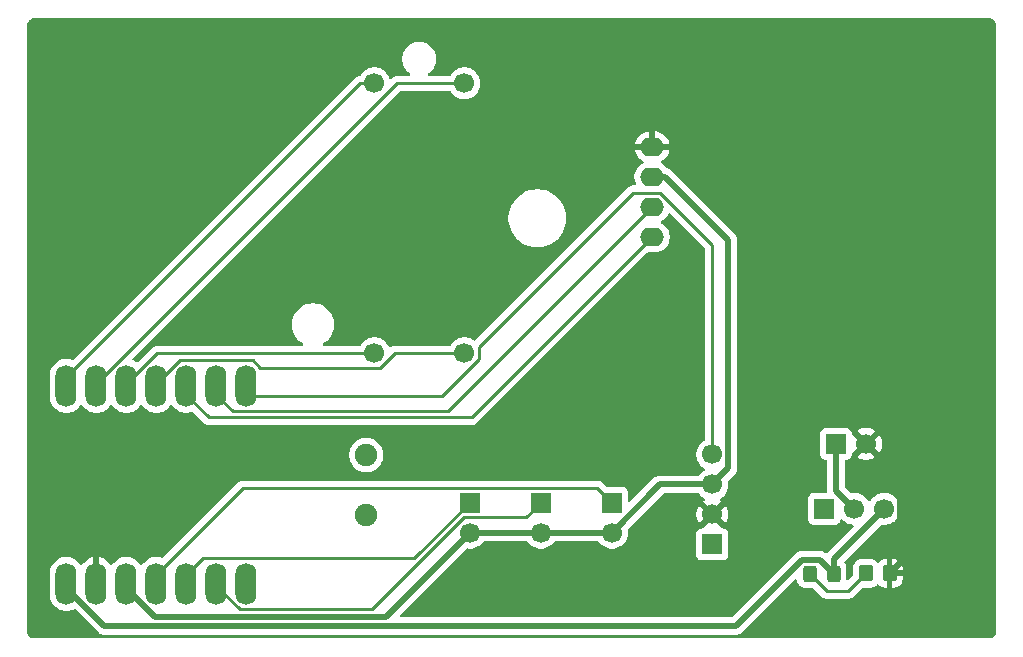
<source format=gbr>
%TF.GenerationSoftware,KiCad,Pcbnew,9.0.7*%
%TF.CreationDate,2026-02-02T22:52:16-08:00*%
%TF.ProjectId,TECHIN514 System Architecture Graph Lewis Liu,54454348-494e-4353-9134-205379737465,rev?*%
%TF.SameCoordinates,Original*%
%TF.FileFunction,Copper,L1,Top*%
%TF.FilePolarity,Positive*%
%FSLAX46Y46*%
G04 Gerber Fmt 4.6, Leading zero omitted, Abs format (unit mm)*
G04 Created by KiCad (PCBNEW 9.0.7) date 2026-02-02 22:52:16*
%MOMM*%
%LPD*%
G01*
G04 APERTURE LIST*
G04 Aperture macros list*
%AMRoundRect*
0 Rectangle with rounded corners*
0 $1 Rounding radius*
0 $2 $3 $4 $5 $6 $7 $8 $9 X,Y pos of 4 corners*
0 Add a 4 corners polygon primitive as box body*
4,1,4,$2,$3,$4,$5,$6,$7,$8,$9,$2,$3,0*
0 Add four circle primitives for the rounded corners*
1,1,$1+$1,$2,$3*
1,1,$1+$1,$4,$5*
1,1,$1+$1,$6,$7*
1,1,$1+$1,$8,$9*
0 Add four rect primitives between the rounded corners*
20,1,$1+$1,$2,$3,$4,$5,0*
20,1,$1+$1,$4,$5,$6,$7,0*
20,1,$1+$1,$6,$7,$8,$9,0*
20,1,$1+$1,$8,$9,$2,$3,0*%
G04 Aperture macros list end*
%TA.AperFunction,SMDPad,CuDef*%
%ADD10RoundRect,0.250000X-0.325000X-0.450000X0.325000X-0.450000X0.325000X0.450000X-0.325000X0.450000X0*%
%TD*%
%TA.AperFunction,SMDPad,CuDef*%
%ADD11RoundRect,0.250000X-0.350000X-0.450000X0.350000X-0.450000X0.350000X0.450000X-0.350000X0.450000X0*%
%TD*%
%TA.AperFunction,ComponentPad*%
%ADD12O,2.000000X1.600000*%
%TD*%
%TA.AperFunction,ComponentPad*%
%ADD13C,1.700000*%
%TD*%
%TA.AperFunction,ComponentPad*%
%ADD14R,1.700000X1.700000*%
%TD*%
%TA.AperFunction,ComponentPad*%
%ADD15O,1.778000X3.556000*%
%TD*%
%TA.AperFunction,ComponentPad*%
%ADD16C,1.905000*%
%TD*%
%TA.AperFunction,Conductor*%
%ADD17C,0.254000*%
%TD*%
%TA.AperFunction,Conductor*%
%ADD18C,0.500000*%
%TD*%
G04 APERTURE END LIST*
D10*
%TO.P,D2,1,K*%
%TO.N,Net-(D2-K)*%
X146730000Y-99045000D03*
%TO.P,D2,2,A*%
%TO.N,/VCC*%
X148780000Y-99045000D03*
%TD*%
D11*
%TO.P,R2,1*%
%TO.N,Net-(D2-K)*%
X151500000Y-99000000D03*
%TO.P,R2,2*%
%TO.N,GND*%
X153500000Y-99000000D03*
%TD*%
D12*
%TO.P,Brd1,1,GND*%
%TO.N,GND*%
X133400000Y-62880000D03*
%TO.P,Brd1,2,VCC*%
%TO.N,+3.3V*%
X133400000Y-65420000D03*
%TO.P,Brd1,3,SCL*%
%TO.N,Net-(Brd1-SCL)*%
X133400000Y-67960000D03*
%TO.P,Brd1,4,SDA*%
%TO.N,Net-(Brd1-SDA)*%
X133400000Y-70500000D03*
%TD*%
D13*
%TO.P,M1,1*%
%TO.N,Net-(U4-GPIO2_A1_D1)*%
X117500000Y-57500000D03*
%TO.P,M1,2,-*%
%TO.N,Net-(M1--)*%
X109880000Y-57500000D03*
%TO.P,M1,3*%
%TO.N,Net-(U4-GPIO3_A2_D2)*%
X109880000Y-80360000D03*
%TO.P,M1,4*%
%TO.N,Net-(U4-GPIO4_A3_D3)*%
X117500000Y-80360000D03*
%TD*%
D14*
%TO.P,BT1,1,+*%
%TO.N,/BAT*%
X148975000Y-88025000D03*
D13*
%TO.P,BT1,2,-*%
%TO.N,GND*%
X151515000Y-88025000D03*
%TD*%
D14*
%TO.P,SW2,1,1*%
%TO.N,Net-(U4-GPIO7_A8_D8_SCK)*%
X123975000Y-93000000D03*
D13*
%TO.P,SW2,2,2*%
%TO.N,+3.3V*%
X123975000Y-95540000D03*
%TD*%
D14*
%TO.P,SW1,1,1*%
%TO.N,Net-(U4-GPIO9_A10_D10_COPI)*%
X130000000Y-93000000D03*
D13*
%TO.P,SW1,2,2*%
%TO.N,+3.3V*%
X130000000Y-95540000D03*
%TD*%
D14*
%TO.P,SW3,1,1*%
%TO.N,Net-(U4-GPIO8_A9_D9_CIPO)*%
X117975000Y-93000000D03*
D13*
%TO.P,SW3,2,2*%
%TO.N,+3.3V*%
X117975000Y-95540000D03*
%TD*%
D15*
%TO.P,U4,1,GPIO1_A0_D0*%
%TO.N,Net-(M1--)*%
X83800000Y-83118000D03*
%TO.P,U4,2,GPIO2_A1_D1*%
%TO.N,Net-(U4-GPIO2_A1_D1)*%
X86340000Y-83118000D03*
%TO.P,U4,3,GPIO3_A2_D2*%
%TO.N,Net-(U4-GPIO3_A2_D2)*%
X88880000Y-83118000D03*
%TO.P,U4,4,GPIO4_A3_D3*%
%TO.N,Net-(U4-GPIO4_A3_D3)*%
X91420000Y-83118000D03*
%TO.P,U4,5,GPIO4_A3_D3_SDA*%
%TO.N,Net-(Brd1-SDA)*%
X93960000Y-83118000D03*
%TO.P,U4,6,GPIO6_A5_D5_SCL*%
%TO.N,Net-(Brd1-SCL)*%
X96500000Y-83118000D03*
%TO.P,U4,7,GPIO43_TX_D6*%
%TO.N,Net-(D1-DIN)*%
X99040000Y-83118000D03*
%TO.P,U4,8,GPIO44_D7_RX*%
%TO.N,unconnected-(U4-GPIO44_D7_RX-Pad8)*%
X99040000Y-99882000D03*
%TO.P,U4,9,GPIO7_A8_D8_SCK*%
%TO.N,Net-(U4-GPIO7_A8_D8_SCK)*%
X96500000Y-99882000D03*
%TO.P,U4,10,GPIO8_A9_D9_CIPO*%
%TO.N,Net-(U4-GPIO8_A9_D9_CIPO)*%
X93960000Y-99882000D03*
%TO.P,U4,11,GPIO9_A10_D10_COPI*%
%TO.N,Net-(U4-GPIO9_A10_D10_COPI)*%
X91420000Y-99882000D03*
%TO.P,U4,12,3V3*%
%TO.N,+3.3V*%
X88880000Y-99882000D03*
%TO.P,U4,13,GND*%
%TO.N,GND*%
X86340000Y-99882000D03*
%TO.P,U4,14,5V*%
%TO.N,/VCC*%
X83800000Y-99882000D03*
D16*
%TO.P,U4,15,+BATT*%
%TO.N,unconnected-(U4-+BATT-Pad15)*%
X109200000Y-88960000D03*
%TO.P,U4,16,-BATT*%
%TO.N,unconnected-(U4--BATT-Pad16)*%
X109200000Y-94040000D03*
%TD*%
D14*
%TO.P,SW4,1,A*%
%TO.N,unconnected-(SW4-A-Pad1)*%
X147975000Y-93525000D03*
D13*
%TO.P,SW4,2,B*%
%TO.N,/BAT*%
X150515000Y-93525000D03*
%TO.P,SW4,3,C*%
%TO.N,/VCC*%
X153055000Y-93525000D03*
%TD*%
D14*
%TO.P,D1,1,DOUT*%
%TO.N,unconnected-(D1-DOUT-Pad1)*%
X138500000Y-96540000D03*
D13*
%TO.P,D1,2,GND*%
%TO.N,GND*%
X138500000Y-94000000D03*
%TO.P,D1,3,VDD*%
%TO.N,+3.3V*%
X138500000Y-91460000D03*
%TO.P,D1,4,DIN*%
%TO.N,Net-(D1-DIN)*%
X138500000Y-88920000D03*
%TD*%
D17*
%TO.N,Net-(Brd1-SCL)*%
X116082000Y-85278000D02*
X97898000Y-85278000D01*
X97898000Y-85278000D02*
X96500000Y-83880000D01*
X133400000Y-67960000D02*
X116082000Y-85278000D01*
%TO.N,Net-(Brd1-SDA)*%
X95867000Y-85787000D02*
X93960000Y-83880000D01*
X133400000Y-70500000D02*
X118113000Y-85787000D01*
X118113000Y-85787000D02*
X95867000Y-85787000D01*
D18*
%TO.N,GND*%
X154410000Y-98090000D02*
X153500000Y-99000000D01*
X151515000Y-88025000D02*
X154410000Y-90920000D01*
X154410000Y-90920000D02*
X154410000Y-98090000D01*
%TO.N,+3.3V*%
X117975000Y-95540000D02*
X110841000Y-102674000D01*
X134500000Y-65420000D02*
X133400000Y-65420000D01*
X117975000Y-95540000D02*
X123975000Y-95540000D01*
X134080000Y-91460000D02*
X138500000Y-91460000D01*
X138500000Y-91460000D02*
X139855000Y-90105000D01*
X130000000Y-95540000D02*
X134080000Y-91460000D01*
X123975000Y-95540000D02*
X130000000Y-95540000D01*
X139855000Y-70775000D02*
X134500000Y-65420000D01*
X139855000Y-90105000D02*
X139855000Y-70775000D01*
X110841000Y-102674000D02*
X91351586Y-102674000D01*
X88880000Y-100202414D02*
X88880000Y-99120000D01*
X91351586Y-102674000D02*
X88880000Y-100202414D01*
D17*
%TO.N,Net-(D1-DIN)*%
X99168000Y-84008000D02*
X99040000Y-83880000D01*
X134089600Y-66778000D02*
X131803688Y-66778000D01*
X115594312Y-84008000D02*
X99168000Y-84008000D01*
X118732000Y-80870312D02*
X115594312Y-84008000D01*
X138500000Y-71188400D02*
X134089600Y-66778000D01*
X138500000Y-88920000D02*
X138500000Y-71188400D01*
X118732000Y-79849688D02*
X118732000Y-80870312D01*
X131803688Y-66778000D02*
X118732000Y-79849688D01*
%TO.N,Net-(D2-K)*%
X150000000Y-100500000D02*
X148185000Y-100500000D01*
X148185000Y-100500000D02*
X146730000Y-99045000D01*
X151500000Y-99000000D02*
X150000000Y-100500000D01*
%TO.N,Net-(M1--)*%
X109880000Y-57500000D02*
X108677919Y-57500000D01*
X83800000Y-82377919D02*
X83800000Y-83880000D01*
X108677919Y-57500000D02*
X83800000Y-82377919D01*
%TO.N,Net-(U4-GPIO3_A2_D2)*%
X91491535Y-80360000D02*
X88880000Y-82971535D01*
X88880000Y-82971535D02*
X88880000Y-83880000D01*
X109880000Y-80360000D02*
X91491535Y-80360000D01*
%TO.N,Net-(U4-GPIO4_A3_D3)*%
X117500000Y-80360000D02*
X111622312Y-80360000D01*
X110390312Y-81592000D02*
X100200465Y-81592000D01*
X91420000Y-82971535D02*
X91420000Y-83880000D01*
X100200465Y-81592000D02*
X99566465Y-80958000D01*
X99566465Y-80958000D02*
X93433535Y-80958000D01*
X93433535Y-80958000D02*
X91420000Y-82971535D01*
X111622312Y-80360000D02*
X110390312Y-81592000D01*
%TO.N,Net-(U4-GPIO2_A1_D1)*%
X117500000Y-57500000D02*
X111811535Y-57500000D01*
X86340000Y-82971535D02*
X86340000Y-83880000D01*
X111811535Y-57500000D02*
X86340000Y-82971535D01*
%TO.N,Net-(U4-GPIO9_A10_D10_COPI)*%
X98772000Y-91768000D02*
X91420000Y-99120000D01*
X130000000Y-93000000D02*
X128768000Y-91768000D01*
X128768000Y-91768000D02*
X98772000Y-91768000D01*
%TO.N,Net-(U4-GPIO7_A8_D8_SCK)*%
X122743000Y-94232000D02*
X117462834Y-94232000D01*
X109652834Y-102042000D02*
X98513535Y-102042000D01*
X117462834Y-94232000D02*
X109652834Y-102042000D01*
X96500000Y-100028465D02*
X96500000Y-99120000D01*
X123975000Y-93000000D02*
X122743000Y-94232000D01*
X98513535Y-102042000D02*
X96500000Y-100028465D01*
%TO.N,Net-(U4-GPIO8_A9_D9_CIPO)*%
X113253000Y-97722000D02*
X95358000Y-97722000D01*
X117975000Y-93000000D02*
X113253000Y-97722000D01*
X95358000Y-97722000D02*
X93960000Y-99120000D01*
D18*
%TO.N,/BAT*%
X150515000Y-93525000D02*
X148975000Y-91985000D01*
X148975000Y-91985000D02*
X148975000Y-88025000D01*
%TO.N,/VCC*%
X83800000Y-99120000D02*
X83800000Y-100202414D01*
X146085342Y-97840000D02*
X147575000Y-97840000D01*
X148780000Y-97800000D02*
X153055000Y-93525000D01*
X83800000Y-100202414D02*
X87026586Y-103429000D01*
X147575000Y-97840000D02*
X148780000Y-99045000D01*
X148780000Y-99045000D02*
X148780000Y-97800000D01*
X87026586Y-103429000D02*
X140496342Y-103429000D01*
X140496342Y-103429000D02*
X146085342Y-97840000D01*
%TD*%
%TA.AperFunction,Conductor*%
%TO.N,GND*%
G36*
X86590000Y-99758000D02*
G01*
X86570315Y-99825039D01*
X86517511Y-99870794D01*
X86466000Y-99882000D01*
X86214000Y-99882000D01*
X86146961Y-99862315D01*
X86101206Y-99809511D01*
X86090000Y-99758000D01*
X86090000Y-99562251D01*
X86143919Y-99593381D01*
X86273120Y-99628000D01*
X86406880Y-99628000D01*
X86536081Y-99593381D01*
X86590000Y-99562251D01*
X86590000Y-99758000D01*
G37*
%TD.AperFunction*%
%TA.AperFunction,Conductor*%
G36*
X162006922Y-52001280D02*
G01*
X162097266Y-52011459D01*
X162124331Y-52017636D01*
X162203540Y-52045352D01*
X162228553Y-52057398D01*
X162299606Y-52102043D01*
X162321313Y-52119355D01*
X162380644Y-52178686D01*
X162397957Y-52200395D01*
X162442600Y-52271444D01*
X162454648Y-52296462D01*
X162482362Y-52375666D01*
X162488540Y-52402735D01*
X162498720Y-52493076D01*
X162499500Y-52506961D01*
X162499500Y-103993038D01*
X162498720Y-104006922D01*
X162498720Y-104006923D01*
X162488540Y-104097264D01*
X162482362Y-104124333D01*
X162454648Y-104203537D01*
X162442600Y-104228555D01*
X162397957Y-104299604D01*
X162380644Y-104321313D01*
X162321313Y-104380644D01*
X162299604Y-104397957D01*
X162228555Y-104442600D01*
X162203537Y-104454648D01*
X162124333Y-104482362D01*
X162097264Y-104488540D01*
X162017075Y-104497576D01*
X162006921Y-104498720D01*
X161993038Y-104499500D01*
X81006962Y-104499500D01*
X80993078Y-104498720D01*
X80980553Y-104497308D01*
X80902735Y-104488540D01*
X80875666Y-104482362D01*
X80796462Y-104454648D01*
X80771444Y-104442600D01*
X80700395Y-104397957D01*
X80678686Y-104380644D01*
X80619355Y-104321313D01*
X80602042Y-104299604D01*
X80557399Y-104228555D01*
X80545351Y-104203537D01*
X80536940Y-104179500D01*
X80517636Y-104124331D01*
X80511459Y-104097263D01*
X80507394Y-104061189D01*
X80501847Y-104011951D01*
X80501280Y-104006922D01*
X80500500Y-103993038D01*
X80500500Y-88845646D01*
X107747000Y-88845646D01*
X107747000Y-89074354D01*
X107753807Y-89117331D01*
X107782778Y-89300246D01*
X107782778Y-89300249D01*
X107853450Y-89517755D01*
X107853452Y-89517758D01*
X107957283Y-89721538D01*
X108091714Y-89906566D01*
X108253434Y-90068286D01*
X108438462Y-90202717D01*
X108630341Y-90300484D01*
X108642244Y-90306549D01*
X108859751Y-90377221D01*
X108859752Y-90377221D01*
X108859755Y-90377222D01*
X109085646Y-90413000D01*
X109085647Y-90413000D01*
X109314353Y-90413000D01*
X109314354Y-90413000D01*
X109540245Y-90377222D01*
X109540248Y-90377221D01*
X109540249Y-90377221D01*
X109757755Y-90306549D01*
X109757755Y-90306548D01*
X109757758Y-90306548D01*
X109961538Y-90202717D01*
X110146566Y-90068286D01*
X110308286Y-89906566D01*
X110442717Y-89721538D01*
X110546548Y-89517758D01*
X110594853Y-89369091D01*
X110617221Y-89300249D01*
X110617221Y-89300248D01*
X110617222Y-89300245D01*
X110653000Y-89074354D01*
X110653000Y-88845646D01*
X110617222Y-88619755D01*
X110617221Y-88619751D01*
X110617221Y-88619750D01*
X110546549Y-88402244D01*
X110515408Y-88341127D01*
X110442717Y-88198462D01*
X110308286Y-88013434D01*
X110146566Y-87851714D01*
X109961538Y-87717283D01*
X109957208Y-87715077D01*
X109757755Y-87613450D01*
X109540248Y-87542778D01*
X109370826Y-87515944D01*
X109314354Y-87507000D01*
X109085646Y-87507000D01*
X109010349Y-87518926D01*
X108859753Y-87542778D01*
X108859750Y-87542778D01*
X108642244Y-87613450D01*
X108438461Y-87717283D01*
X108332896Y-87793980D01*
X108253434Y-87851714D01*
X108253432Y-87851716D01*
X108253431Y-87851716D01*
X108091716Y-88013431D01*
X108091716Y-88013432D01*
X108091714Y-88013434D01*
X108083312Y-88024999D01*
X107957283Y-88198461D01*
X107853450Y-88402244D01*
X107782778Y-88619750D01*
X107782778Y-88619753D01*
X107752058Y-88813713D01*
X107747000Y-88845646D01*
X80500500Y-88845646D01*
X80500500Y-82119638D01*
X82410500Y-82119638D01*
X82410500Y-84116361D01*
X82444714Y-84332376D01*
X82512297Y-84540380D01*
X82512298Y-84540383D01*
X82611595Y-84735260D01*
X82740142Y-84912193D01*
X82894806Y-85066857D01*
X83060374Y-85187147D01*
X83071743Y-85195407D01*
X83199132Y-85260315D01*
X83266616Y-85294701D01*
X83266619Y-85294702D01*
X83337349Y-85317683D01*
X83474625Y-85362286D01*
X83574672Y-85378132D01*
X83690639Y-85396500D01*
X83690644Y-85396500D01*
X83909361Y-85396500D01*
X84014082Y-85379912D01*
X84125375Y-85362286D01*
X84333383Y-85294701D01*
X84528257Y-85195407D01*
X84627668Y-85123181D01*
X84705193Y-85066857D01*
X84705195Y-85066854D01*
X84705199Y-85066852D01*
X84859852Y-84912199D01*
X84969683Y-84761028D01*
X85025011Y-84718364D01*
X85094624Y-84712385D01*
X85156420Y-84744990D01*
X85170313Y-84761023D01*
X85280144Y-84912193D01*
X85280148Y-84912199D01*
X85434806Y-85066857D01*
X85600374Y-85187147D01*
X85611743Y-85195407D01*
X85739132Y-85260315D01*
X85806616Y-85294701D01*
X85806619Y-85294702D01*
X85877349Y-85317683D01*
X86014625Y-85362286D01*
X86114672Y-85378132D01*
X86230639Y-85396500D01*
X86230644Y-85396500D01*
X86449361Y-85396500D01*
X86554082Y-85379912D01*
X86665375Y-85362286D01*
X86873383Y-85294701D01*
X87068257Y-85195407D01*
X87167668Y-85123181D01*
X87245193Y-85066857D01*
X87245195Y-85066854D01*
X87245199Y-85066852D01*
X87399852Y-84912199D01*
X87509683Y-84761028D01*
X87565011Y-84718364D01*
X87634624Y-84712385D01*
X87696420Y-84744990D01*
X87710313Y-84761023D01*
X87820144Y-84912193D01*
X87820148Y-84912199D01*
X87974806Y-85066857D01*
X88140374Y-85187147D01*
X88151743Y-85195407D01*
X88279132Y-85260315D01*
X88346616Y-85294701D01*
X88346619Y-85294702D01*
X88417349Y-85317683D01*
X88554625Y-85362286D01*
X88654672Y-85378132D01*
X88770639Y-85396500D01*
X88770644Y-85396500D01*
X88989361Y-85396500D01*
X89094082Y-85379912D01*
X89205375Y-85362286D01*
X89413383Y-85294701D01*
X89608257Y-85195407D01*
X89707668Y-85123181D01*
X89785193Y-85066857D01*
X89785195Y-85066854D01*
X89785199Y-85066852D01*
X89939852Y-84912199D01*
X90049683Y-84761028D01*
X90105011Y-84718364D01*
X90174624Y-84712385D01*
X90236420Y-84744990D01*
X90250313Y-84761023D01*
X90360144Y-84912193D01*
X90360148Y-84912199D01*
X90514806Y-85066857D01*
X90680374Y-85187147D01*
X90691743Y-85195407D01*
X90819132Y-85260315D01*
X90886616Y-85294701D01*
X90886619Y-85294702D01*
X90957349Y-85317683D01*
X91094625Y-85362286D01*
X91194672Y-85378132D01*
X91310639Y-85396500D01*
X91310644Y-85396500D01*
X91529361Y-85396500D01*
X91634082Y-85379912D01*
X91745375Y-85362286D01*
X91953383Y-85294701D01*
X92148257Y-85195407D01*
X92247668Y-85123181D01*
X92325193Y-85066857D01*
X92325195Y-85066854D01*
X92325199Y-85066852D01*
X92479852Y-84912199D01*
X92589683Y-84761028D01*
X92645011Y-84718364D01*
X92714624Y-84712385D01*
X92776420Y-84744990D01*
X92790313Y-84761023D01*
X92900144Y-84912193D01*
X92900148Y-84912199D01*
X93054806Y-85066857D01*
X93220374Y-85187147D01*
X93231743Y-85195407D01*
X93359132Y-85260315D01*
X93426616Y-85294701D01*
X93426619Y-85294702D01*
X93497349Y-85317683D01*
X93634625Y-85362286D01*
X93734672Y-85378132D01*
X93850639Y-85396500D01*
X93850644Y-85396500D01*
X94069361Y-85396500D01*
X94285375Y-85362286D01*
X94416510Y-85319678D01*
X94486351Y-85317683D01*
X94542509Y-85349928D01*
X95379589Y-86187008D01*
X95466992Y-86274411D01*
X95466993Y-86274412D01*
X95569760Y-86343079D01*
X95569773Y-86343086D01*
X95683960Y-86390383D01*
X95683965Y-86390385D01*
X95683969Y-86390385D01*
X95683970Y-86390386D01*
X95805194Y-86414500D01*
X95805197Y-86414500D01*
X118174804Y-86414500D01*
X118174805Y-86414499D01*
X118296035Y-86390386D01*
X118376784Y-86356937D01*
X118410233Y-86343083D01*
X118513008Y-86274411D01*
X118600411Y-86187008D01*
X132957384Y-71830033D01*
X133018705Y-71796550D01*
X133064459Y-71795243D01*
X133097648Y-71800500D01*
X133097650Y-71800500D01*
X133702351Y-71800500D01*
X133702352Y-71800500D01*
X133904534Y-71768477D01*
X134099219Y-71705220D01*
X134281610Y-71612287D01*
X134374590Y-71544732D01*
X134447213Y-71491971D01*
X134447215Y-71491968D01*
X134447219Y-71491966D01*
X134591966Y-71347219D01*
X134591968Y-71347215D01*
X134591971Y-71347213D01*
X134644732Y-71274590D01*
X134712287Y-71181610D01*
X134805220Y-70999219D01*
X134868477Y-70804534D01*
X134900500Y-70602352D01*
X134900500Y-70397648D01*
X134868477Y-70195466D01*
X134805220Y-70000781D01*
X134805218Y-70000778D01*
X134805218Y-70000776D01*
X134738199Y-69869246D01*
X134712287Y-69818390D01*
X134704556Y-69807749D01*
X134591971Y-69652786D01*
X134447213Y-69508028D01*
X134281614Y-69387715D01*
X134275006Y-69384348D01*
X134188917Y-69340483D01*
X134138123Y-69292511D01*
X134121328Y-69224690D01*
X134143865Y-69158555D01*
X134188917Y-69119516D01*
X134281610Y-69072287D01*
X134320921Y-69043726D01*
X134447213Y-68951971D01*
X134447215Y-68951968D01*
X134447219Y-68951966D01*
X134591966Y-68807219D01*
X134591968Y-68807215D01*
X134591971Y-68807213D01*
X134712286Y-68641611D01*
X134712287Y-68641610D01*
X134754126Y-68559495D01*
X134802099Y-68508701D01*
X134869919Y-68491905D01*
X134936054Y-68514442D01*
X134952291Y-68528110D01*
X137836181Y-71412000D01*
X137869666Y-71473323D01*
X137872500Y-71499681D01*
X137872500Y-87648038D01*
X137852815Y-87715077D01*
X137804798Y-87758521D01*
X137792182Y-87764949D01*
X137620213Y-87889890D01*
X137469890Y-88040213D01*
X137344951Y-88212179D01*
X137248444Y-88401585D01*
X137182753Y-88603760D01*
X137149500Y-88813713D01*
X137149500Y-89026286D01*
X137182168Y-89232547D01*
X137182754Y-89236243D01*
X137234396Y-89395181D01*
X137248444Y-89438414D01*
X137344951Y-89627820D01*
X137469890Y-89799786D01*
X137620213Y-89950109D01*
X137792182Y-90075050D01*
X137800946Y-90079516D01*
X137851742Y-90127491D01*
X137868536Y-90195312D01*
X137845998Y-90261447D01*
X137800946Y-90300484D01*
X137792182Y-90304949D01*
X137620213Y-90429890D01*
X137469892Y-90580211D01*
X137413097Y-90658385D01*
X137357767Y-90701051D01*
X137312779Y-90709500D01*
X134006080Y-90709500D01*
X133861092Y-90738340D01*
X133861082Y-90738343D01*
X133724511Y-90794912D01*
X133724498Y-90794919D01*
X133601584Y-90877048D01*
X133601580Y-90877051D01*
X131562180Y-92916451D01*
X131500857Y-92949936D01*
X131431165Y-92944952D01*
X131375232Y-92903080D01*
X131350815Y-92837616D01*
X131350499Y-92828770D01*
X131350499Y-92102129D01*
X131350498Y-92102123D01*
X131344091Y-92042516D01*
X131293797Y-91907671D01*
X131293793Y-91907664D01*
X131207547Y-91792455D01*
X131207544Y-91792452D01*
X131092335Y-91706206D01*
X131092328Y-91706202D01*
X130957482Y-91655908D01*
X130957483Y-91655908D01*
X130897883Y-91649501D01*
X130897881Y-91649500D01*
X130897873Y-91649500D01*
X130897865Y-91649500D01*
X129588281Y-91649500D01*
X129521242Y-91629815D01*
X129500600Y-91613181D01*
X129168011Y-91280591D01*
X129168010Y-91280590D01*
X129161546Y-91276271D01*
X129142196Y-91263342D01*
X129065233Y-91211917D01*
X129031784Y-91198062D01*
X129024074Y-91194868D01*
X129024070Y-91194866D01*
X128951035Y-91164614D01*
X128951027Y-91164612D01*
X128829807Y-91140500D01*
X128829803Y-91140500D01*
X98710197Y-91140500D01*
X98710195Y-91140500D01*
X98588970Y-91164613D01*
X98588960Y-91164616D01*
X98474773Y-91211913D01*
X98474761Y-91211920D01*
X98397804Y-91263342D01*
X98397803Y-91263343D01*
X98371989Y-91280590D01*
X92002508Y-97650071D01*
X91941185Y-97683556D01*
X91876509Y-97680321D01*
X91745376Y-97637714D01*
X91529361Y-97603500D01*
X91529356Y-97603500D01*
X91310644Y-97603500D01*
X91310639Y-97603500D01*
X91094623Y-97637714D01*
X90886619Y-97705297D01*
X90886616Y-97705298D01*
X90691739Y-97804595D01*
X90514806Y-97933142D01*
X90360142Y-98087806D01*
X90250318Y-98238969D01*
X90194989Y-98281635D01*
X90125375Y-98287614D01*
X90063580Y-98255009D01*
X90049682Y-98238969D01*
X89939857Y-98087806D01*
X89785193Y-97933142D01*
X89608260Y-97804595D01*
X89608259Y-97804594D01*
X89608257Y-97804593D01*
X89496299Y-97747547D01*
X89413383Y-97705298D01*
X89413380Y-97705297D01*
X89205376Y-97637714D01*
X88989361Y-97603500D01*
X88989356Y-97603500D01*
X88770644Y-97603500D01*
X88770639Y-97603500D01*
X88554623Y-97637714D01*
X88346619Y-97705297D01*
X88346616Y-97705298D01*
X88151739Y-97804595D01*
X87974806Y-97933142D01*
X87820146Y-98087802D01*
X87820142Y-98087807D01*
X87710008Y-98239394D01*
X87654678Y-98282060D01*
X87585065Y-98288039D01*
X87523270Y-98255433D01*
X87509372Y-98239394D01*
X87399475Y-98088133D01*
X87399471Y-98088128D01*
X87244871Y-97933528D01*
X87244866Y-97933524D01*
X87067998Y-97805023D01*
X86873191Y-97705762D01*
X86873188Y-97705761D01*
X86665258Y-97638201D01*
X86590000Y-97626281D01*
X86590000Y-98677748D01*
X86536081Y-98646619D01*
X86406880Y-98612000D01*
X86273120Y-98612000D01*
X86143919Y-98646619D01*
X86090000Y-98677748D01*
X86090000Y-97626281D01*
X86014741Y-97638201D01*
X85806811Y-97705761D01*
X85806808Y-97705762D01*
X85612001Y-97805023D01*
X85435133Y-97933524D01*
X85435128Y-97933528D01*
X85280528Y-98088128D01*
X85280524Y-98088133D01*
X85170627Y-98239394D01*
X85115297Y-98282060D01*
X85045684Y-98288039D01*
X84983889Y-98255433D01*
X84969991Y-98239394D01*
X84859857Y-98087807D01*
X84859853Y-98087802D01*
X84705193Y-97933142D01*
X84528260Y-97804595D01*
X84528259Y-97804594D01*
X84528257Y-97804593D01*
X84416299Y-97747547D01*
X84333383Y-97705298D01*
X84333380Y-97705297D01*
X84125376Y-97637714D01*
X83909361Y-97603500D01*
X83909356Y-97603500D01*
X83690644Y-97603500D01*
X83690639Y-97603500D01*
X83474623Y-97637714D01*
X83266619Y-97705297D01*
X83266616Y-97705298D01*
X83071739Y-97804595D01*
X82894806Y-97933142D01*
X82740142Y-98087806D01*
X82611595Y-98264739D01*
X82512298Y-98459616D01*
X82512297Y-98459619D01*
X82444714Y-98667623D01*
X82410500Y-98883638D01*
X82410500Y-100880361D01*
X82444714Y-101096376D01*
X82512297Y-101304380D01*
X82512298Y-101304383D01*
X82566963Y-101411666D01*
X82599722Y-101475960D01*
X82611595Y-101499260D01*
X82740142Y-101676193D01*
X82894806Y-101830857D01*
X83060374Y-101951147D01*
X83071743Y-101959407D01*
X83199132Y-102024315D01*
X83266616Y-102058701D01*
X83266619Y-102058702D01*
X83370621Y-102092493D01*
X83474625Y-102126286D01*
X83574672Y-102142132D01*
X83690639Y-102160500D01*
X83690644Y-102160500D01*
X83909361Y-102160500D01*
X84039276Y-102139922D01*
X84125375Y-102126286D01*
X84137710Y-102122278D01*
X84333375Y-102058704D01*
X84333377Y-102058702D01*
X84333383Y-102058701D01*
X84426368Y-102011321D01*
X84495035Y-101998425D01*
X84559776Y-102024700D01*
X84570343Y-102034125D01*
X86443635Y-103907416D01*
X86548170Y-104011951D01*
X86548173Y-104011953D01*
X86548174Y-104011954D01*
X86671080Y-104094077D01*
X86671082Y-104094078D01*
X86671091Y-104094084D01*
X86703039Y-104107317D01*
X86703040Y-104107318D01*
X86703041Y-104107318D01*
X86807674Y-104150659D01*
X86923827Y-104173763D01*
X86943054Y-104177587D01*
X86952667Y-104179500D01*
X86952668Y-104179500D01*
X140570262Y-104179500D01*
X140667804Y-104160096D01*
X140715255Y-104150658D01*
X140851837Y-104094084D01*
X140901071Y-104061186D01*
X140974758Y-104011952D01*
X145450259Y-99536448D01*
X145511580Y-99502965D01*
X145581272Y-99507949D01*
X145637205Y-99549821D01*
X145661296Y-99611529D01*
X145665001Y-99647797D01*
X145665001Y-99647799D01*
X145705203Y-99769119D01*
X145720186Y-99814334D01*
X145812288Y-99963656D01*
X145936344Y-100087712D01*
X146085666Y-100179814D01*
X146252203Y-100234999D01*
X146354991Y-100245500D01*
X146991718Y-100245499D01*
X147058757Y-100265183D01*
X147079399Y-100281818D01*
X147697589Y-100900008D01*
X147784992Y-100987411D01*
X147784994Y-100987413D01*
X147784996Y-100987414D01*
X147887756Y-101056076D01*
X147887758Y-101056077D01*
X147887767Y-101056083D01*
X147912772Y-101066440D01*
X147935071Y-101075677D01*
X147977254Y-101093149D01*
X148001966Y-101103386D01*
X148123192Y-101127499D01*
X148123196Y-101127500D01*
X148123197Y-101127500D01*
X150061804Y-101127500D01*
X150061805Y-101127499D01*
X150183035Y-101103386D01*
X150263784Y-101069937D01*
X150297233Y-101056083D01*
X150400008Y-100987411D01*
X150487411Y-100900008D01*
X151150600Y-100236817D01*
X151211923Y-100203333D01*
X151238281Y-100200499D01*
X151900002Y-100200499D01*
X151900008Y-100200499D01*
X152002797Y-100189999D01*
X152169334Y-100134814D01*
X152318656Y-100042712D01*
X152412675Y-99948692D01*
X152473994Y-99915210D01*
X152543686Y-99920194D01*
X152588034Y-99948695D01*
X152681654Y-100042315D01*
X152830875Y-100134356D01*
X152830880Y-100134358D01*
X152997302Y-100189505D01*
X152997309Y-100189506D01*
X153100019Y-100199999D01*
X153249999Y-100199999D01*
X153750000Y-100199999D01*
X153899972Y-100199999D01*
X153899986Y-100199998D01*
X154002697Y-100189505D01*
X154169119Y-100134358D01*
X154169124Y-100134356D01*
X154318345Y-100042315D01*
X154442315Y-99918345D01*
X154534356Y-99769124D01*
X154534358Y-99769119D01*
X154589505Y-99602697D01*
X154589506Y-99602690D01*
X154599999Y-99499986D01*
X154600000Y-99499973D01*
X154600000Y-99250000D01*
X153750000Y-99250000D01*
X153750000Y-100199999D01*
X153249999Y-100199999D01*
X153250000Y-100199998D01*
X153250000Y-98750000D01*
X153750000Y-98750000D01*
X154599999Y-98750000D01*
X154599999Y-98500028D01*
X154599998Y-98500013D01*
X154589505Y-98397302D01*
X154534358Y-98230880D01*
X154534356Y-98230875D01*
X154442315Y-98081654D01*
X154318345Y-97957684D01*
X154169124Y-97865643D01*
X154169119Y-97865641D01*
X154002697Y-97810494D01*
X154002690Y-97810493D01*
X153899986Y-97800000D01*
X153750000Y-97800000D01*
X153750000Y-98750000D01*
X153250000Y-98750000D01*
X153250000Y-97800000D01*
X153100027Y-97800000D01*
X153100012Y-97800001D01*
X152997302Y-97810494D01*
X152830880Y-97865641D01*
X152830875Y-97865643D01*
X152681657Y-97957682D01*
X152588034Y-98051305D01*
X152526710Y-98084789D01*
X152457019Y-98079805D01*
X152412672Y-98051304D01*
X152318657Y-97957289D01*
X152318656Y-97957288D01*
X152169334Y-97865186D01*
X152002797Y-97810001D01*
X152002795Y-97810000D01*
X151900010Y-97799500D01*
X151099998Y-97799500D01*
X151099980Y-97799501D01*
X150997203Y-97810000D01*
X150997200Y-97810001D01*
X150830668Y-97865185D01*
X150830663Y-97865187D01*
X150681342Y-97957289D01*
X150557289Y-98081342D01*
X150465187Y-98230663D01*
X150465185Y-98230668D01*
X150448156Y-98282060D01*
X150410001Y-98397203D01*
X150410001Y-98397204D01*
X150410000Y-98397204D01*
X150399500Y-98499983D01*
X150399500Y-99161718D01*
X150379815Y-99228757D01*
X150363181Y-99249399D01*
X150067180Y-99545399D01*
X150005857Y-99578884D01*
X149936165Y-99573900D01*
X149880232Y-99532028D01*
X149855815Y-99466564D01*
X149855499Y-99457743D01*
X149855499Y-98544992D01*
X149844999Y-98442203D01*
X149789814Y-98275666D01*
X149697712Y-98126344D01*
X149694048Y-98122680D01*
X149660563Y-98061357D01*
X149665547Y-97991665D01*
X149694044Y-97947323D01*
X152746194Y-94895172D01*
X152807515Y-94861689D01*
X152853265Y-94860382D01*
X152948713Y-94875500D01*
X152948715Y-94875500D01*
X153161286Y-94875500D01*
X153161287Y-94875500D01*
X153371243Y-94842246D01*
X153573412Y-94776557D01*
X153762816Y-94680051D01*
X153849138Y-94617335D01*
X153934786Y-94555109D01*
X153934788Y-94555106D01*
X153934792Y-94555104D01*
X154085104Y-94404792D01*
X154085106Y-94404788D01*
X154085109Y-94404786D01*
X154210048Y-94232820D01*
X154210047Y-94232820D01*
X154210051Y-94232816D01*
X154306557Y-94043412D01*
X154372246Y-93841243D01*
X154405500Y-93631287D01*
X154405500Y-93418713D01*
X154372246Y-93208757D01*
X154306557Y-93006588D01*
X154210051Y-92817184D01*
X154210049Y-92817181D01*
X154210048Y-92817179D01*
X154085109Y-92645213D01*
X153934786Y-92494890D01*
X153762820Y-92369951D01*
X153573414Y-92273444D01*
X153573413Y-92273443D01*
X153573412Y-92273443D01*
X153371243Y-92207754D01*
X153371241Y-92207753D01*
X153371240Y-92207753D01*
X153209957Y-92182208D01*
X153161287Y-92174500D01*
X152948713Y-92174500D01*
X152900042Y-92182208D01*
X152738760Y-92207753D01*
X152536585Y-92273444D01*
X152347179Y-92369951D01*
X152175213Y-92494890D01*
X152024890Y-92645213D01*
X151899949Y-92817182D01*
X151895484Y-92825946D01*
X151847509Y-92876742D01*
X151779688Y-92893536D01*
X151713553Y-92870998D01*
X151674516Y-92825946D01*
X151670050Y-92817182D01*
X151545109Y-92645213D01*
X151394786Y-92494890D01*
X151222820Y-92369951D01*
X151033414Y-92273444D01*
X151033413Y-92273443D01*
X151033412Y-92273443D01*
X150831243Y-92207754D01*
X150831241Y-92207753D01*
X150831240Y-92207753D01*
X150669957Y-92182208D01*
X150621287Y-92174500D01*
X150408713Y-92174500D01*
X150408708Y-92174500D01*
X150313271Y-92189616D01*
X150243978Y-92180662D01*
X150206192Y-92154824D01*
X149761819Y-91710451D01*
X149728334Y-91649128D01*
X149725500Y-91622770D01*
X149725500Y-89499499D01*
X149745185Y-89432460D01*
X149797989Y-89386705D01*
X149849500Y-89375499D01*
X149872871Y-89375499D01*
X149872872Y-89375499D01*
X149932483Y-89369091D01*
X150067331Y-89318796D01*
X150182546Y-89232546D01*
X150268796Y-89117331D01*
X150319091Y-88982483D01*
X150325500Y-88922873D01*
X150325499Y-88898979D01*
X150328330Y-88885963D01*
X150338940Y-88866525D01*
X150345179Y-88845275D01*
X150361803Y-88824643D01*
X150361808Y-88824636D01*
X150361811Y-88824634D01*
X150361818Y-88824626D01*
X151032037Y-88154408D01*
X151049075Y-88217993D01*
X151114901Y-88332007D01*
X151207993Y-88425099D01*
X151322007Y-88490925D01*
X151385590Y-88507962D01*
X150753282Y-89140269D01*
X150753282Y-89140270D01*
X150807449Y-89179624D01*
X150996782Y-89276095D01*
X151198870Y-89341757D01*
X151408754Y-89375000D01*
X151621246Y-89375000D01*
X151831127Y-89341757D01*
X151831130Y-89341757D01*
X152033217Y-89276095D01*
X152222554Y-89179622D01*
X152276716Y-89140270D01*
X152276717Y-89140270D01*
X151644408Y-88507962D01*
X151707993Y-88490925D01*
X151822007Y-88425099D01*
X151915099Y-88332007D01*
X151980925Y-88217993D01*
X151997962Y-88154408D01*
X152630270Y-88786717D01*
X152630270Y-88786716D01*
X152669622Y-88732554D01*
X152766095Y-88543217D01*
X152831757Y-88341130D01*
X152831757Y-88341127D01*
X152865000Y-88131246D01*
X152865000Y-87918753D01*
X152831757Y-87708872D01*
X152831757Y-87708869D01*
X152766095Y-87506782D01*
X152669624Y-87317449D01*
X152630270Y-87263282D01*
X152630269Y-87263282D01*
X151997962Y-87895590D01*
X151980925Y-87832007D01*
X151915099Y-87717993D01*
X151822007Y-87624901D01*
X151707993Y-87559075D01*
X151644409Y-87542037D01*
X152276716Y-86909728D01*
X152222550Y-86870375D01*
X152033217Y-86773904D01*
X151831129Y-86708242D01*
X151621246Y-86675000D01*
X151408754Y-86675000D01*
X151198872Y-86708242D01*
X151198869Y-86708242D01*
X150996782Y-86773904D01*
X150807439Y-86870380D01*
X150753282Y-86909727D01*
X150753282Y-86909728D01*
X151385591Y-87542037D01*
X151322007Y-87559075D01*
X151207993Y-87624901D01*
X151114901Y-87717993D01*
X151049075Y-87832007D01*
X151032037Y-87895591D01*
X150361818Y-87225372D01*
X150328333Y-87164049D01*
X150328330Y-87164036D01*
X150325499Y-87151015D01*
X150325499Y-87127128D01*
X150319091Y-87067517D01*
X150290926Y-86992002D01*
X150268798Y-86932673D01*
X150268793Y-86932664D01*
X150182547Y-86817455D01*
X150182544Y-86817452D01*
X150067335Y-86731206D01*
X150067328Y-86731202D01*
X149932482Y-86680908D01*
X149932483Y-86680908D01*
X149872883Y-86674501D01*
X149872881Y-86674500D01*
X149872873Y-86674500D01*
X149872864Y-86674500D01*
X148077129Y-86674500D01*
X148077123Y-86674501D01*
X148017516Y-86680908D01*
X147882671Y-86731202D01*
X147882664Y-86731206D01*
X147767455Y-86817452D01*
X147767452Y-86817455D01*
X147681206Y-86932664D01*
X147681202Y-86932671D01*
X147630908Y-87067517D01*
X147624501Y-87127116D01*
X147624500Y-87127135D01*
X147624500Y-88922870D01*
X147624501Y-88922876D01*
X147630908Y-88982483D01*
X147681202Y-89117328D01*
X147681206Y-89117335D01*
X147767452Y-89232544D01*
X147767455Y-89232547D01*
X147882664Y-89318793D01*
X147882671Y-89318797D01*
X147927618Y-89335561D01*
X148017517Y-89369091D01*
X148077127Y-89375500D01*
X148100497Y-89375499D01*
X148167536Y-89395181D01*
X148213292Y-89447983D01*
X148224500Y-89499499D01*
X148224500Y-92050500D01*
X148204815Y-92117539D01*
X148152011Y-92163294D01*
X148100500Y-92174500D01*
X147077129Y-92174500D01*
X147077123Y-92174501D01*
X147017516Y-92180908D01*
X146882671Y-92231202D01*
X146882664Y-92231206D01*
X146767455Y-92317452D01*
X146767452Y-92317455D01*
X146681206Y-92432664D01*
X146681202Y-92432671D01*
X146630908Y-92567517D01*
X146624501Y-92627116D01*
X146624500Y-92627135D01*
X146624500Y-94422870D01*
X146624501Y-94422876D01*
X146630908Y-94482483D01*
X146681202Y-94617328D01*
X146681206Y-94617335D01*
X146767452Y-94732544D01*
X146767455Y-94732547D01*
X146882664Y-94818793D01*
X146882671Y-94818797D01*
X147017517Y-94869091D01*
X147017516Y-94869091D01*
X147021144Y-94869481D01*
X147077127Y-94875500D01*
X148872872Y-94875499D01*
X148932483Y-94869091D01*
X149067331Y-94818796D01*
X149182546Y-94732546D01*
X149268796Y-94617331D01*
X149317810Y-94485916D01*
X149359681Y-94429984D01*
X149425145Y-94405566D01*
X149493418Y-94420417D01*
X149521673Y-94441569D01*
X149635213Y-94555109D01*
X149807179Y-94680048D01*
X149807181Y-94680049D01*
X149807184Y-94680051D01*
X149996588Y-94776557D01*
X150198757Y-94842246D01*
X150370712Y-94869481D01*
X150433847Y-94899410D01*
X150470778Y-94958722D01*
X150469780Y-95028584D01*
X150438995Y-95079635D01*
X148245180Y-97273450D01*
X148183857Y-97306935D01*
X148114165Y-97301951D01*
X148069816Y-97273448D01*
X148053420Y-97257051D01*
X148053414Y-97257046D01*
X147979729Y-97207812D01*
X147979729Y-97207813D01*
X147930491Y-97174913D01*
X147793917Y-97118343D01*
X147793907Y-97118340D01*
X147648920Y-97089500D01*
X147648918Y-97089500D01*
X146011424Y-97089500D01*
X145986288Y-97094500D01*
X145986287Y-97094500D01*
X145866437Y-97118339D01*
X145866434Y-97118340D01*
X145866430Y-97118341D01*
X145786422Y-97151481D01*
X145786420Y-97151481D01*
X145729847Y-97174915D01*
X145680614Y-97207812D01*
X145647715Y-97229794D01*
X145637552Y-97236584D01*
X145606927Y-97257047D01*
X145606923Y-97257050D01*
X140221793Y-102642181D01*
X140160470Y-102675666D01*
X140134112Y-102678500D01*
X112197230Y-102678500D01*
X112130191Y-102658815D01*
X112084436Y-102606011D01*
X112074492Y-102536853D01*
X112103517Y-102473297D01*
X112109549Y-102466819D01*
X112903526Y-101672842D01*
X117666193Y-96910172D01*
X117727514Y-96876689D01*
X117773265Y-96875382D01*
X117868713Y-96890500D01*
X117868715Y-96890500D01*
X118081286Y-96890500D01*
X118081287Y-96890500D01*
X118291243Y-96857246D01*
X118493412Y-96791557D01*
X118682816Y-96695051D01*
X118704789Y-96679086D01*
X118854786Y-96570109D01*
X118854788Y-96570106D01*
X118854792Y-96570104D01*
X119005104Y-96419792D01*
X119005108Y-96419786D01*
X119061903Y-96341615D01*
X119117233Y-96298949D01*
X119162221Y-96290500D01*
X122787779Y-96290500D01*
X122854818Y-96310185D01*
X122888097Y-96341615D01*
X122944892Y-96419788D01*
X123095213Y-96570109D01*
X123267179Y-96695048D01*
X123267181Y-96695049D01*
X123267184Y-96695051D01*
X123456588Y-96791557D01*
X123658757Y-96857246D01*
X123868713Y-96890500D01*
X123868714Y-96890500D01*
X124081286Y-96890500D01*
X124081287Y-96890500D01*
X124291243Y-96857246D01*
X124493412Y-96791557D01*
X124682816Y-96695051D01*
X124704789Y-96679086D01*
X124854786Y-96570109D01*
X124854788Y-96570106D01*
X124854792Y-96570104D01*
X125005104Y-96419792D01*
X125005108Y-96419786D01*
X125061903Y-96341615D01*
X125117233Y-96298949D01*
X125162221Y-96290500D01*
X128812779Y-96290500D01*
X128879818Y-96310185D01*
X128913097Y-96341615D01*
X128969892Y-96419788D01*
X129120213Y-96570109D01*
X129292179Y-96695048D01*
X129292181Y-96695049D01*
X129292184Y-96695051D01*
X129481588Y-96791557D01*
X129683757Y-96857246D01*
X129893713Y-96890500D01*
X129893714Y-96890500D01*
X130106286Y-96890500D01*
X130106287Y-96890500D01*
X130316243Y-96857246D01*
X130518412Y-96791557D01*
X130707816Y-96695051D01*
X130729789Y-96679086D01*
X130879786Y-96570109D01*
X130879788Y-96570106D01*
X130879792Y-96570104D01*
X131030104Y-96419792D01*
X131030106Y-96419788D01*
X131030109Y-96419786D01*
X131155048Y-96247820D01*
X131155047Y-96247820D01*
X131155051Y-96247816D01*
X131251557Y-96058412D01*
X131317246Y-95856243D01*
X131350500Y-95646287D01*
X131350500Y-95433713D01*
X131335382Y-95338268D01*
X131344336Y-95268979D01*
X131370171Y-95231195D01*
X134354548Y-92246819D01*
X134415871Y-92213334D01*
X134442229Y-92210500D01*
X137312779Y-92210500D01*
X137379818Y-92230185D01*
X137413097Y-92261615D01*
X137469892Y-92339788D01*
X137620213Y-92490109D01*
X137792179Y-92615048D01*
X137792181Y-92615049D01*
X137792184Y-92615051D01*
X137801493Y-92619794D01*
X137852290Y-92667766D01*
X137869087Y-92735587D01*
X137846552Y-92801722D01*
X137801505Y-92840760D01*
X137792446Y-92845376D01*
X137792440Y-92845380D01*
X137738282Y-92884727D01*
X137738282Y-92884728D01*
X138370591Y-93517037D01*
X138307007Y-93534075D01*
X138192993Y-93599901D01*
X138099901Y-93692993D01*
X138034075Y-93807007D01*
X138017037Y-93870591D01*
X137384728Y-93238282D01*
X137384727Y-93238282D01*
X137345380Y-93292439D01*
X137248904Y-93481782D01*
X137183242Y-93683869D01*
X137183242Y-93683872D01*
X137150000Y-93893753D01*
X137150000Y-94106246D01*
X137183242Y-94316127D01*
X137183242Y-94316130D01*
X137248904Y-94518217D01*
X137345375Y-94707550D01*
X137384728Y-94761716D01*
X138017037Y-94129408D01*
X138034075Y-94192993D01*
X138099901Y-94307007D01*
X138192993Y-94400099D01*
X138307007Y-94465925D01*
X138370590Y-94482962D01*
X137700370Y-95153181D01*
X137639047Y-95186666D01*
X137612698Y-95189500D01*
X137602134Y-95189500D01*
X137602123Y-95189501D01*
X137542516Y-95195908D01*
X137407671Y-95246202D01*
X137407664Y-95246206D01*
X137292455Y-95332452D01*
X137292452Y-95332455D01*
X137206206Y-95447664D01*
X137206202Y-95447671D01*
X137155908Y-95582517D01*
X137149501Y-95642116D01*
X137149501Y-95642123D01*
X137149500Y-95642135D01*
X137149500Y-97437870D01*
X137149501Y-97437876D01*
X137155908Y-97497483D01*
X137206202Y-97632328D01*
X137206206Y-97632335D01*
X137292452Y-97747544D01*
X137292455Y-97747547D01*
X137407664Y-97833793D01*
X137407671Y-97833797D01*
X137542517Y-97884091D01*
X137542516Y-97884091D01*
X137549444Y-97884835D01*
X137602127Y-97890500D01*
X139397872Y-97890499D01*
X139457483Y-97884091D01*
X139592331Y-97833796D01*
X139707546Y-97747546D01*
X139793796Y-97632331D01*
X139844091Y-97497483D01*
X139850500Y-97437873D01*
X139850499Y-95642128D01*
X139844091Y-95582517D01*
X139810703Y-95493000D01*
X139793797Y-95447671D01*
X139793793Y-95447664D01*
X139707547Y-95332455D01*
X139707544Y-95332452D01*
X139592335Y-95246206D01*
X139592328Y-95246202D01*
X139457482Y-95195908D01*
X139457483Y-95195908D01*
X139397883Y-95189501D01*
X139397881Y-95189500D01*
X139397873Y-95189500D01*
X139397865Y-95189500D01*
X139387309Y-95189500D01*
X139320270Y-95169815D01*
X139299628Y-95153181D01*
X138629408Y-94482962D01*
X138692993Y-94465925D01*
X138807007Y-94400099D01*
X138900099Y-94307007D01*
X138965925Y-94192993D01*
X138982962Y-94129408D01*
X139615270Y-94761717D01*
X139615270Y-94761716D01*
X139654622Y-94707554D01*
X139751095Y-94518217D01*
X139816757Y-94316130D01*
X139816757Y-94316127D01*
X139850000Y-94106246D01*
X139850000Y-93893753D01*
X139816757Y-93683872D01*
X139816757Y-93683869D01*
X139751095Y-93481782D01*
X139654624Y-93292449D01*
X139615270Y-93238282D01*
X139615269Y-93238282D01*
X138982962Y-93870590D01*
X138965925Y-93807007D01*
X138900099Y-93692993D01*
X138807007Y-93599901D01*
X138692993Y-93534075D01*
X138629409Y-93517037D01*
X139261716Y-92884728D01*
X139207547Y-92845373D01*
X139207547Y-92845372D01*
X139198500Y-92840763D01*
X139147706Y-92792788D01*
X139130912Y-92724966D01*
X139153451Y-92658832D01*
X139198508Y-92619793D01*
X139207816Y-92615051D01*
X139287007Y-92557515D01*
X139379786Y-92490109D01*
X139379788Y-92490106D01*
X139379792Y-92490104D01*
X139530104Y-92339792D01*
X139530106Y-92339788D01*
X139530109Y-92339786D01*
X139655048Y-92167820D01*
X139655047Y-92167820D01*
X139655051Y-92167816D01*
X139751557Y-91978412D01*
X139817246Y-91776243D01*
X139850500Y-91566287D01*
X139850500Y-91353713D01*
X139835382Y-91258267D01*
X139844336Y-91188978D01*
X139870171Y-91151194D01*
X140437951Y-90583416D01*
X140520084Y-90460495D01*
X140576658Y-90323913D01*
X140605500Y-90178918D01*
X140605500Y-90031083D01*
X140605500Y-70701082D01*
X140599763Y-70672241D01*
X140576659Y-70556088D01*
X140522408Y-70425117D01*
X140520764Y-70420522D01*
X140437954Y-70296588D01*
X140437953Y-70296587D01*
X140437951Y-70296584D01*
X140333416Y-70192049D01*
X134978416Y-64837048D01*
X134978415Y-64837047D01*
X134978413Y-64837045D01*
X134904173Y-64787442D01*
X134904174Y-64787442D01*
X134896355Y-64782218D01*
X134855495Y-64754916D01*
X134718913Y-64698342D01*
X134710005Y-64696569D01*
X134696386Y-64690196D01*
X134680837Y-64676466D01*
X134662495Y-64666780D01*
X134648630Y-64650772D01*
X134591969Y-64572784D01*
X134447213Y-64428028D01*
X134281611Y-64307713D01*
X134188369Y-64260203D01*
X134137574Y-64212229D01*
X134120779Y-64144407D01*
X134143317Y-64078273D01*
X134188371Y-64039234D01*
X134281347Y-63991861D01*
X134446894Y-63871582D01*
X134446895Y-63871582D01*
X134591582Y-63726895D01*
X134591582Y-63726894D01*
X134711859Y-63561349D01*
X134804755Y-63379029D01*
X134867990Y-63184413D01*
X134876609Y-63130000D01*
X133833012Y-63130000D01*
X133865925Y-63072993D01*
X133900000Y-62945826D01*
X133900000Y-62814174D01*
X133865925Y-62687007D01*
X133833012Y-62630000D01*
X134876609Y-62630000D01*
X134867990Y-62575586D01*
X134804755Y-62380970D01*
X134711859Y-62198650D01*
X134591582Y-62033105D01*
X134591582Y-62033104D01*
X134446895Y-61888417D01*
X134281349Y-61768140D01*
X134099031Y-61675244D01*
X133904417Y-61612009D01*
X133702317Y-61580000D01*
X133650000Y-61580000D01*
X133650000Y-62446988D01*
X133592993Y-62414075D01*
X133465826Y-62380000D01*
X133334174Y-62380000D01*
X133207007Y-62414075D01*
X133150000Y-62446988D01*
X133150000Y-61580000D01*
X133097683Y-61580000D01*
X132895582Y-61612009D01*
X132700968Y-61675244D01*
X132518650Y-61768140D01*
X132353105Y-61888417D01*
X132353104Y-61888417D01*
X132208417Y-62033104D01*
X132208417Y-62033105D01*
X132088140Y-62198650D01*
X131995244Y-62380970D01*
X131932009Y-62575586D01*
X131923391Y-62630000D01*
X132966988Y-62630000D01*
X132934075Y-62687007D01*
X132900000Y-62814174D01*
X132900000Y-62945826D01*
X132934075Y-63072993D01*
X132966988Y-63130000D01*
X131923391Y-63130000D01*
X131932009Y-63184413D01*
X131995244Y-63379029D01*
X132088140Y-63561349D01*
X132208417Y-63726894D01*
X132208417Y-63726895D01*
X132353104Y-63871582D01*
X132518652Y-63991861D01*
X132611628Y-64039234D01*
X132662425Y-64087208D01*
X132679220Y-64155029D01*
X132656683Y-64221164D01*
X132611630Y-64260203D01*
X132518388Y-64307713D01*
X132352786Y-64428028D01*
X132208028Y-64572786D01*
X132087715Y-64738386D01*
X131994781Y-64920776D01*
X131931522Y-65115465D01*
X131899500Y-65317648D01*
X131899500Y-65522351D01*
X131931522Y-65724534D01*
X131994782Y-65919225D01*
X132020758Y-65970204D01*
X132033655Y-66038874D01*
X132007379Y-66103614D01*
X131950273Y-66143872D01*
X131910274Y-66150500D01*
X131741882Y-66150500D01*
X131620658Y-66174613D01*
X131620648Y-66174616D01*
X131506462Y-66221913D01*
X131506444Y-66221923D01*
X131403680Y-66290587D01*
X131403673Y-66290593D01*
X118445747Y-79248520D01*
X118384424Y-79282005D01*
X118314732Y-79277021D01*
X118285184Y-79261159D01*
X118207816Y-79204949D01*
X118018412Y-79108443D01*
X117816243Y-79042754D01*
X117816241Y-79042753D01*
X117816240Y-79042753D01*
X117654957Y-79017208D01*
X117606287Y-79009500D01*
X117393713Y-79009500D01*
X117345042Y-79017208D01*
X117183760Y-79042753D01*
X116981585Y-79108444D01*
X116792179Y-79204951D01*
X116620213Y-79329890D01*
X116469890Y-79480213D01*
X116344949Y-79652181D01*
X116338525Y-79664792D01*
X116290552Y-79715589D01*
X116228039Y-79732500D01*
X111560507Y-79732500D01*
X111439282Y-79756613D01*
X111439272Y-79756616D01*
X111325085Y-79803913D01*
X111325069Y-79803922D01*
X111282412Y-79832424D01*
X111215734Y-79853301D01*
X111148354Y-79834815D01*
X111103038Y-79785616D01*
X111065944Y-79712815D01*
X111035051Y-79652184D01*
X111025186Y-79638606D01*
X110910109Y-79480213D01*
X110759786Y-79329890D01*
X110587820Y-79204951D01*
X110398414Y-79108444D01*
X110398413Y-79108443D01*
X110398412Y-79108443D01*
X110196243Y-79042754D01*
X110196241Y-79042753D01*
X110196240Y-79042753D01*
X110034957Y-79017208D01*
X109986287Y-79009500D01*
X109773713Y-79009500D01*
X109725042Y-79017208D01*
X109563760Y-79042753D01*
X109361585Y-79108444D01*
X109172179Y-79204951D01*
X109000213Y-79329890D01*
X108849890Y-79480213D01*
X108724949Y-79652181D01*
X108718525Y-79664792D01*
X108670552Y-79715589D01*
X108608039Y-79732500D01*
X105631752Y-79732500D01*
X105564713Y-79712815D01*
X105518958Y-79660011D01*
X105509014Y-79590853D01*
X105538039Y-79527297D01*
X105569749Y-79501114D01*
X105692450Y-79430273D01*
X105879699Y-79286592D01*
X106046592Y-79119699D01*
X106190273Y-78932450D01*
X106308284Y-78728049D01*
X106398606Y-78509993D01*
X106459693Y-78282014D01*
X106490500Y-78048011D01*
X106490500Y-77811989D01*
X106459693Y-77577986D01*
X106398606Y-77350007D01*
X106308284Y-77131951D01*
X106308282Y-77131948D01*
X106308280Y-77131943D01*
X106266118Y-77058918D01*
X106190273Y-76927550D01*
X106046592Y-76740301D01*
X106046587Y-76740295D01*
X105879704Y-76573412D01*
X105879697Y-76573406D01*
X105692454Y-76429730D01*
X105692453Y-76429729D01*
X105692450Y-76429727D01*
X105610957Y-76382677D01*
X105488056Y-76311719D01*
X105488045Y-76311714D01*
X105269993Y-76221394D01*
X105042010Y-76160306D01*
X104808020Y-76129501D01*
X104808017Y-76129500D01*
X104808011Y-76129500D01*
X104571989Y-76129500D01*
X104571983Y-76129500D01*
X104571979Y-76129501D01*
X104337989Y-76160306D01*
X104110006Y-76221394D01*
X103891954Y-76311714D01*
X103891943Y-76311719D01*
X103687545Y-76429730D01*
X103500302Y-76573406D01*
X103500295Y-76573412D01*
X103333412Y-76740295D01*
X103333406Y-76740302D01*
X103189730Y-76927545D01*
X103071719Y-77131943D01*
X103071714Y-77131954D01*
X102981394Y-77350006D01*
X102920306Y-77577989D01*
X102889501Y-77811979D01*
X102889500Y-77811995D01*
X102889500Y-78048004D01*
X102889501Y-78048020D01*
X102920306Y-78282010D01*
X102981394Y-78509993D01*
X103071714Y-78728045D01*
X103071719Y-78728056D01*
X103142677Y-78850957D01*
X103189727Y-78932450D01*
X103189729Y-78932453D01*
X103189730Y-78932454D01*
X103333406Y-79119697D01*
X103333412Y-79119704D01*
X103500295Y-79286587D01*
X103500301Y-79286592D01*
X103687550Y-79430273D01*
X103810249Y-79501113D01*
X103858464Y-79551680D01*
X103871686Y-79620288D01*
X103845718Y-79685152D01*
X103788804Y-79725680D01*
X103748248Y-79732500D01*
X91429730Y-79732500D01*
X91308505Y-79756613D01*
X91308495Y-79756616D01*
X91194308Y-79803913D01*
X91194295Y-79803920D01*
X91091527Y-79872588D01*
X91091523Y-79872591D01*
X89865743Y-81098371D01*
X89804420Y-81131856D01*
X89734728Y-81126872D01*
X89705177Y-81111008D01*
X89608260Y-81040595D01*
X89608259Y-81040594D01*
X89608257Y-81040593D01*
X89462287Y-80966217D01*
X89411491Y-80918242D01*
X89394696Y-80850421D01*
X89417234Y-80784286D01*
X89430895Y-80768057D01*
X101406575Y-68792378D01*
X121239500Y-68792378D01*
X121239500Y-69067621D01*
X121270315Y-69341108D01*
X121270317Y-69341124D01*
X121331561Y-69609453D01*
X121331565Y-69609465D01*
X121422467Y-69869246D01*
X121541884Y-70117218D01*
X121541886Y-70117221D01*
X121688319Y-70350268D01*
X121816343Y-70510804D01*
X121852460Y-70556095D01*
X121859925Y-70565455D01*
X122054545Y-70760075D01*
X122269732Y-70931681D01*
X122502779Y-71078114D01*
X122750757Y-71197534D01*
X122945865Y-71265805D01*
X123010534Y-71288434D01*
X123010546Y-71288438D01*
X123278879Y-71349683D01*
X123552378Y-71380499D01*
X123552379Y-71380500D01*
X123552383Y-71380500D01*
X123827621Y-71380500D01*
X123827621Y-71380499D01*
X124101121Y-71349683D01*
X124369454Y-71288438D01*
X124629243Y-71197534D01*
X124877221Y-71078114D01*
X125110268Y-70931681D01*
X125325455Y-70760075D01*
X125520075Y-70565455D01*
X125691681Y-70350268D01*
X125838114Y-70117221D01*
X125957534Y-69869243D01*
X126048438Y-69609454D01*
X126109683Y-69341121D01*
X126140500Y-69067617D01*
X126140500Y-68792383D01*
X126109683Y-68518879D01*
X126048438Y-68250546D01*
X125957534Y-67990757D01*
X125838114Y-67742779D01*
X125691681Y-67509732D01*
X125520075Y-67294545D01*
X125325455Y-67099925D01*
X125110268Y-66928319D01*
X124877221Y-66781886D01*
X124877218Y-66781884D01*
X124629246Y-66662467D01*
X124369465Y-66571565D01*
X124369453Y-66571561D01*
X124101124Y-66510317D01*
X124101108Y-66510315D01*
X123827621Y-66479500D01*
X123827617Y-66479500D01*
X123552383Y-66479500D01*
X123552379Y-66479500D01*
X123278891Y-66510315D01*
X123278875Y-66510317D01*
X123010546Y-66571561D01*
X123010534Y-66571565D01*
X122750753Y-66662467D01*
X122502781Y-66781884D01*
X122269733Y-66928318D01*
X122054545Y-67099924D01*
X121859924Y-67294545D01*
X121688318Y-67509733D01*
X121541884Y-67742781D01*
X121422467Y-67990753D01*
X121331565Y-68250534D01*
X121331561Y-68250546D01*
X121270317Y-68518875D01*
X121270315Y-68518891D01*
X121239500Y-68792378D01*
X101406575Y-68792378D01*
X112035135Y-58163819D01*
X112096458Y-58130334D01*
X112122816Y-58127500D01*
X116228039Y-58127500D01*
X116295078Y-58147185D01*
X116338525Y-58195208D01*
X116344949Y-58207818D01*
X116469890Y-58379786D01*
X116620213Y-58530109D01*
X116792179Y-58655048D01*
X116792181Y-58655049D01*
X116792184Y-58655051D01*
X116981588Y-58751557D01*
X117183757Y-58817246D01*
X117393713Y-58850500D01*
X117393714Y-58850500D01*
X117606286Y-58850500D01*
X117606287Y-58850500D01*
X117816243Y-58817246D01*
X118018412Y-58751557D01*
X118207816Y-58655051D01*
X118229789Y-58639086D01*
X118379786Y-58530109D01*
X118379788Y-58530106D01*
X118379792Y-58530104D01*
X118530104Y-58379792D01*
X118530106Y-58379788D01*
X118530109Y-58379786D01*
X118655048Y-58207820D01*
X118655047Y-58207820D01*
X118655051Y-58207816D01*
X118751557Y-58018412D01*
X118817246Y-57816243D01*
X118850500Y-57606287D01*
X118850500Y-57393713D01*
X118817246Y-57183757D01*
X118751557Y-56981588D01*
X118655051Y-56792184D01*
X118655049Y-56792181D01*
X118655048Y-56792179D01*
X118530109Y-56620213D01*
X118379786Y-56469890D01*
X118207820Y-56344951D01*
X118018414Y-56248444D01*
X118018413Y-56248443D01*
X118018412Y-56248443D01*
X117816243Y-56182754D01*
X117816241Y-56182753D01*
X117816240Y-56182753D01*
X117654957Y-56157208D01*
X117606287Y-56149500D01*
X117393713Y-56149500D01*
X117345042Y-56157208D01*
X117183760Y-56182753D01*
X116981585Y-56248444D01*
X116792179Y-56344951D01*
X116620213Y-56469890D01*
X116469890Y-56620213D01*
X116344949Y-56792181D01*
X116338525Y-56804792D01*
X116290552Y-56855589D01*
X116228039Y-56872500D01*
X114553940Y-56872500D01*
X114486901Y-56852815D01*
X114441146Y-56800011D01*
X114431202Y-56730853D01*
X114460227Y-56667297D01*
X114481051Y-56648184D01*
X114634937Y-56536379D01*
X114796379Y-56374937D01*
X114930579Y-56190228D01*
X115034231Y-55986799D01*
X115104784Y-55769660D01*
X115115241Y-55703638D01*
X115140500Y-55544162D01*
X115140500Y-55315837D01*
X115104784Y-55090339D01*
X115034229Y-54873196D01*
X114930578Y-54669771D01*
X114796379Y-54485063D01*
X114634937Y-54323621D01*
X114450228Y-54189421D01*
X114246803Y-54085770D01*
X114029660Y-54015215D01*
X113804162Y-53979500D01*
X113804157Y-53979500D01*
X113575843Y-53979500D01*
X113575838Y-53979500D01*
X113350339Y-54015215D01*
X113133196Y-54085770D01*
X112929771Y-54189421D01*
X112745061Y-54323622D01*
X112583622Y-54485061D01*
X112449421Y-54669771D01*
X112345770Y-54873196D01*
X112275215Y-55090339D01*
X112239500Y-55315837D01*
X112239500Y-55544162D01*
X112275215Y-55769660D01*
X112345770Y-55986803D01*
X112428669Y-56149500D01*
X112449421Y-56190228D01*
X112583621Y-56374937D01*
X112745063Y-56536379D01*
X112898946Y-56648182D01*
X112941611Y-56703512D01*
X112947590Y-56773126D01*
X112914984Y-56834921D01*
X112854145Y-56869278D01*
X112826060Y-56872500D01*
X111749730Y-56872500D01*
X111628505Y-56896613D01*
X111628495Y-56896616D01*
X111514308Y-56943913D01*
X111514295Y-56943920D01*
X111411527Y-57012588D01*
X111350900Y-57073215D01*
X111289576Y-57106699D01*
X111219885Y-57101714D01*
X111163951Y-57059843D01*
X111145291Y-57023856D01*
X111131557Y-56981588D01*
X111035051Y-56792184D01*
X111035049Y-56792181D01*
X111035048Y-56792179D01*
X110910109Y-56620213D01*
X110759786Y-56469890D01*
X110587820Y-56344951D01*
X110398414Y-56248444D01*
X110398413Y-56248443D01*
X110398412Y-56248443D01*
X110196243Y-56182754D01*
X110196241Y-56182753D01*
X110196240Y-56182753D01*
X110034957Y-56157208D01*
X109986287Y-56149500D01*
X109773713Y-56149500D01*
X109725042Y-56157208D01*
X109563760Y-56182753D01*
X109361585Y-56248444D01*
X109172179Y-56344951D01*
X109000213Y-56469890D01*
X108849890Y-56620213D01*
X108724948Y-56792183D01*
X108718415Y-56805005D01*
X108670438Y-56855799D01*
X108620095Y-56872107D01*
X108616117Y-56872498D01*
X108494889Y-56896613D01*
X108494879Y-56896616D01*
X108380693Y-56943913D01*
X108380675Y-56943923D01*
X108277911Y-57012587D01*
X108277904Y-57012593D01*
X84399052Y-80891446D01*
X84337729Y-80924931D01*
X84273054Y-80921696D01*
X84125377Y-80873714D01*
X84125378Y-80873714D01*
X83909361Y-80839500D01*
X83909356Y-80839500D01*
X83690644Y-80839500D01*
X83690639Y-80839500D01*
X83474623Y-80873714D01*
X83266619Y-80941297D01*
X83266616Y-80941298D01*
X83071739Y-81040595D01*
X82894806Y-81169142D01*
X82740142Y-81323806D01*
X82611595Y-81500739D01*
X82512298Y-81695616D01*
X82512297Y-81695619D01*
X82444714Y-81903623D01*
X82410500Y-82119638D01*
X80500500Y-82119638D01*
X80500500Y-52506961D01*
X80501280Y-52493077D01*
X80501280Y-52493076D01*
X80511460Y-52402729D01*
X80517635Y-52375670D01*
X80545353Y-52296456D01*
X80557396Y-52271450D01*
X80602046Y-52200389D01*
X80619351Y-52178690D01*
X80678690Y-52119351D01*
X80700389Y-52102046D01*
X80771450Y-52057396D01*
X80796456Y-52045353D01*
X80875670Y-52017635D01*
X80902733Y-52011459D01*
X80965419Y-52004396D01*
X80993079Y-52001280D01*
X81006962Y-52000500D01*
X81065892Y-52000500D01*
X161934108Y-52000500D01*
X161993038Y-52000500D01*
X162006922Y-52001280D01*
G37*
%TD.AperFunction*%
%TD*%
M02*

</source>
